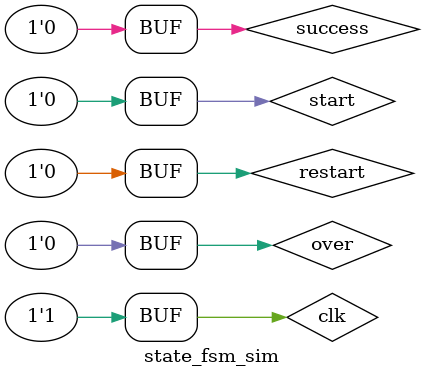
<source format=v>
`timescale 1ns / 1ps


module state_fsm_sim;

	// Inputs
	reg clk;
	reg start;
	reg restart;
	reg over;
	reg success;

	// Outputs
	wire [1:0] state;

	// Instantiate the Unit Under Test (UUT)
	state_fsm uut (
		.clk(clk), 
		.start(start), 
		.restart(restart), 
		.over(over), 
		.success(success), 
		.state(state)
	);

	initial begin
		// Initialize Inputs
		clk = 0;
		start = 0;
		restart = 0;
		over = 0;
		success = 0;

		// Wait 100 ns for global reset to finish
		#100;
		over = 1;#20;
		success = 1;#20;
		restart = 1;#20;
		over = 0;#20;
		success = 0;#20;
		restart = 0;#20;
		start = 1;#20;
		start = 0;#20;
		restart = 1;#20;
		restart = 0;#20;
		start = 1;#20;
		start = 0;#20;
		success = 1;#20;
		success = 0;#20;
		restart = 1;#20;
		restart = 0;#20;
		start = 1;#20;
		start = 0;#20;
		over = 1;#20;
		over = 0;#20;
		// Add stimulus here
	end
	
	always begin
		clk = 1'b0; #20;
		clk = 1'b1; #20;
	end
      
endmodule


</source>
